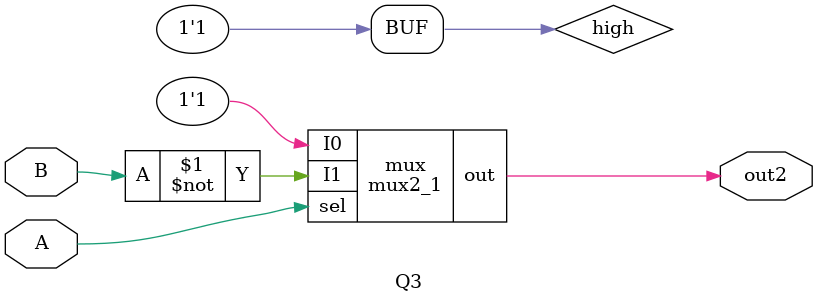
<source format=v>
`timescale 1ns / 1ps
module mux2_1(
		input I0,
		input I1,
		input sel,
		output reg out
	);
	
always @(*)
begin
	if(sel == 1'b1)
		out <= I1;
	else
		out <= I0;
end
endmodule

module Q3(
	input A,
	input B,
	output out2
    );
wire high = 1'b1;
mux2_1 mux(.I0(high), .I1(~B), .sel(A), .out(out2)); // if a == 0 , nand output always == 1 , else, nand output == ~B
endmodule

</source>
